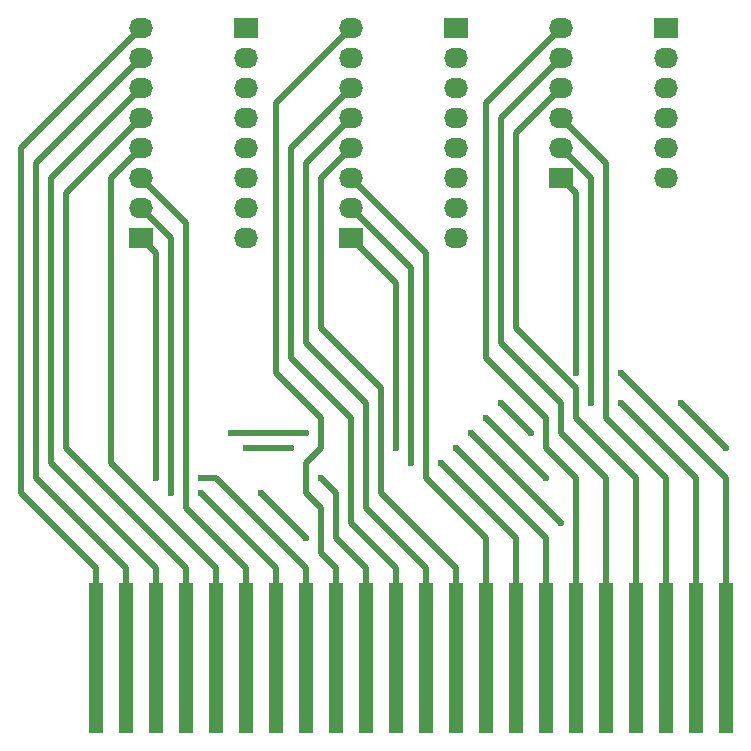
<source format=gtl>
G04 #@! TF.FileFunction,Copper,L1,Top,Signal*
%FSLAX46Y46*%
G04 Gerber Fmt 4.6, Leading zero omitted, Abs format (unit mm)*
G04 Created by KiCad (PCBNEW 4.0.5+dfsg1-2) date Wed Jan 18 16:24:57 2017*
%MOMM*%
%LPD*%
G01*
G04 APERTURE LIST*
%ADD10C,0.100000*%
%ADD11R,2.032000X1.727200*%
%ADD12O,2.032000X1.727200*%
%ADD13R,1.270000X12.700000*%
%ADD14C,0.600000*%
%ADD15C,0.500000*%
G04 APERTURE END LIST*
D10*
D11*
X80010000Y-85090000D03*
D12*
X80010000Y-82550000D03*
X80010000Y-80010000D03*
X80010000Y-77470000D03*
X80010000Y-74930000D03*
X80010000Y-72390000D03*
X80010000Y-69850000D03*
X80010000Y-67310000D03*
D11*
X97790000Y-85090000D03*
D12*
X97790000Y-82550000D03*
X97790000Y-80010000D03*
X97790000Y-77470000D03*
X97790000Y-74930000D03*
X97790000Y-72390000D03*
X97790000Y-69850000D03*
X97790000Y-67310000D03*
D11*
X115570000Y-80010000D03*
D12*
X115570000Y-77470000D03*
X115570000Y-74930000D03*
X115570000Y-72390000D03*
X115570000Y-69850000D03*
X115570000Y-67310000D03*
D11*
X124460000Y-67310000D03*
D12*
X124460000Y-69850000D03*
X124460000Y-72390000D03*
X124460000Y-74930000D03*
X124460000Y-77470000D03*
X124460000Y-80010000D03*
D11*
X106680000Y-67310000D03*
D12*
X106680000Y-69850000D03*
X106680000Y-72390000D03*
X106680000Y-74930000D03*
X106680000Y-77470000D03*
X106680000Y-80010000D03*
X106680000Y-82550000D03*
X106680000Y-85090000D03*
D11*
X88900000Y-67310000D03*
D12*
X88900000Y-69850000D03*
X88900000Y-72390000D03*
X88900000Y-74930000D03*
X88900000Y-77470000D03*
X88900000Y-80010000D03*
X88900000Y-82550000D03*
X88900000Y-85090000D03*
D13*
X81280000Y-120650000D03*
X78740000Y-120650000D03*
X76200000Y-120650000D03*
X83820000Y-120650000D03*
X86360000Y-120650000D03*
X88900000Y-120650000D03*
X91440000Y-120650000D03*
X93980000Y-120650000D03*
X96520000Y-120650000D03*
X99060000Y-120650000D03*
X101600000Y-120650000D03*
X104140000Y-120650000D03*
X106680000Y-120650000D03*
X109220000Y-120650000D03*
X111760000Y-120650000D03*
X114300000Y-120650000D03*
X116840000Y-120650000D03*
X119380000Y-120650000D03*
X121920000Y-120650000D03*
X124460000Y-120650000D03*
X127000000Y-120650000D03*
X129540000Y-120650000D03*
D14*
X82550000Y-106680000D03*
X85090000Y-106680000D03*
X85090000Y-105410000D03*
X81280000Y-105410000D03*
X102870000Y-104140000D03*
X105410000Y-104140000D03*
X101600000Y-102870000D03*
X106680000Y-102870000D03*
X118110000Y-99060000D03*
X120650000Y-99060000D03*
X116840000Y-96520000D03*
X120650000Y-96520000D03*
X93980000Y-101600000D03*
X87630000Y-101600000D03*
X92710000Y-102870000D03*
X88900000Y-102870000D03*
X90170000Y-106680000D03*
X93980000Y-110490000D03*
X110490000Y-99060000D03*
X113030000Y-101600000D03*
X109220000Y-100330000D03*
X114300000Y-105410000D03*
X107950000Y-101600000D03*
X115570000Y-109220000D03*
X125730000Y-99060000D03*
X129540000Y-102870000D03*
X95250000Y-105410000D03*
D15*
X81280000Y-120650000D02*
X81280000Y-113030000D01*
X72390000Y-80010000D02*
X80010000Y-72390000D01*
X72390000Y-104140000D02*
X72390000Y-80010000D01*
X81280000Y-113030000D02*
X72390000Y-104140000D01*
X78740000Y-120650000D02*
X78740000Y-113030000D01*
X71120000Y-78740000D02*
X80010000Y-69850000D01*
X71120000Y-105410000D02*
X71120000Y-78740000D01*
X78740000Y-113030000D02*
X71120000Y-105410000D01*
X76200000Y-120650000D02*
X76200000Y-113030000D01*
X69850000Y-77470000D02*
X80010000Y-67310000D01*
X69850000Y-106680000D02*
X69850000Y-77470000D01*
X76200000Y-113030000D02*
X69850000Y-106680000D01*
X83820000Y-120650000D02*
X83820000Y-113030000D01*
X73660000Y-81280000D02*
X80010000Y-74930000D01*
X73660000Y-102870000D02*
X73660000Y-81280000D01*
X83820000Y-113030000D02*
X73660000Y-102870000D01*
X86360000Y-120650000D02*
X86360000Y-113030000D01*
X77470000Y-80010000D02*
X80010000Y-77470000D01*
X77470000Y-104140000D02*
X77470000Y-80010000D01*
X86360000Y-113030000D02*
X77470000Y-104140000D01*
X80010000Y-80010000D02*
X83820000Y-83820000D01*
X88900000Y-113030000D02*
X88900000Y-120650000D01*
X83820000Y-107950000D02*
X88900000Y-113030000D01*
X83820000Y-83820000D02*
X83820000Y-107950000D01*
X91440000Y-120650000D02*
X91440000Y-113030000D01*
X82550000Y-85090000D02*
X80010000Y-82550000D01*
X82550000Y-106680000D02*
X82550000Y-85090000D01*
X91440000Y-113030000D02*
X85090000Y-106680000D01*
X85090000Y-105410000D02*
X86360000Y-105410000D01*
X81280000Y-105410000D02*
X81280000Y-86360000D01*
X80010000Y-85090000D02*
X81280000Y-86360000D01*
X93980000Y-113030000D02*
X93980000Y-120650000D01*
X86360000Y-105410000D02*
X93980000Y-113030000D01*
X93980000Y-114300000D02*
X93980000Y-120650000D01*
X95250000Y-100330000D02*
X95250000Y-102870000D01*
X95250000Y-100330000D02*
X91440000Y-96520000D01*
X91440000Y-96520000D02*
X91440000Y-73660000D01*
X97790000Y-67310000D02*
X91440000Y-73660000D01*
X96520000Y-113030000D02*
X96520000Y-120650000D01*
X95250000Y-111760000D02*
X96520000Y-113030000D01*
X95250000Y-107950000D02*
X95250000Y-111760000D01*
X93980000Y-106680000D02*
X95250000Y-107950000D01*
X93980000Y-104140000D02*
X93980000Y-106680000D01*
X95250000Y-102870000D02*
X93980000Y-104140000D01*
X101600000Y-120650000D02*
X101600000Y-113030000D01*
X92710000Y-77470000D02*
X97790000Y-72390000D01*
X92710000Y-95250000D02*
X92710000Y-77470000D01*
X97790000Y-100330000D02*
X92710000Y-95250000D01*
X97790000Y-109220000D02*
X97790000Y-100330000D01*
X101600000Y-113030000D02*
X97790000Y-109220000D01*
X104140000Y-120650000D02*
X104140000Y-113030000D01*
X93980000Y-78740000D02*
X97790000Y-74930000D01*
X93980000Y-93980000D02*
X93980000Y-78740000D01*
X99060000Y-99060000D02*
X93980000Y-93980000D01*
X99060000Y-107950000D02*
X99060000Y-99060000D01*
X104140000Y-113030000D02*
X99060000Y-107950000D01*
X106680000Y-120650000D02*
X106680000Y-113030000D01*
X95250000Y-80010000D02*
X97790000Y-77470000D01*
X95250000Y-92710000D02*
X95250000Y-80010000D01*
X100330000Y-97790000D02*
X95250000Y-92710000D01*
X100330000Y-106680000D02*
X100330000Y-97790000D01*
X106680000Y-113030000D02*
X100330000Y-106680000D01*
X109220000Y-120650000D02*
X109220000Y-110490000D01*
X104140000Y-86360000D02*
X97790000Y-80010000D01*
X104140000Y-105410000D02*
X104140000Y-86360000D01*
X109220000Y-110490000D02*
X104140000Y-105410000D01*
X111760000Y-120650000D02*
X111760000Y-110490000D01*
X102870000Y-87630000D02*
X97790000Y-82550000D01*
X102870000Y-104140000D02*
X102870000Y-87630000D01*
X105410000Y-104140000D02*
X105410000Y-104140000D01*
X111760000Y-110490000D02*
X105410000Y-104140000D01*
X101600000Y-88900000D02*
X97790000Y-85090000D01*
X101600000Y-102870000D02*
X101600000Y-88900000D01*
X106680000Y-102870000D02*
X106680000Y-102870000D01*
X114300000Y-120650000D02*
X114300000Y-110490000D01*
X114300000Y-110490000D02*
X106680000Y-102870000D01*
X115570000Y-67310000D02*
X109220000Y-73660000D01*
X116840000Y-105410000D02*
X116840000Y-120650000D01*
X114300000Y-102870000D02*
X116840000Y-105410000D01*
X114300000Y-100330000D02*
X114300000Y-102870000D01*
X109220000Y-95250000D02*
X114300000Y-100330000D01*
X109220000Y-73660000D02*
X109220000Y-95250000D01*
X115570000Y-99060000D02*
X115570000Y-101600000D01*
X115570000Y-99060000D02*
X110490000Y-93980000D01*
X110490000Y-93980000D02*
X110490000Y-74930000D01*
X115570000Y-69850000D02*
X110490000Y-74930000D01*
X119380000Y-105410000D02*
X119380000Y-120650000D01*
X115570000Y-101600000D02*
X119380000Y-105410000D01*
X116840000Y-97790000D02*
X116840000Y-100330000D01*
X116840000Y-97790000D02*
X111760000Y-92710000D01*
X111760000Y-92710000D02*
X111760000Y-76200000D01*
X115570000Y-72390000D02*
X111760000Y-76200000D01*
X121920000Y-105410000D02*
X121920000Y-120650000D01*
X119380000Y-102870000D02*
X121920000Y-105410000D01*
X116840000Y-100330000D02*
X119380000Y-102870000D01*
X124460000Y-120650000D02*
X124460000Y-105410000D01*
X119380000Y-78740000D02*
X115570000Y-74930000D01*
X119380000Y-100330000D02*
X119380000Y-78740000D01*
X124460000Y-105410000D02*
X119380000Y-100330000D01*
X127000000Y-120650000D02*
X127000000Y-105410000D01*
X118110000Y-80010000D02*
X115570000Y-77470000D01*
X118110000Y-99060000D02*
X118110000Y-80010000D01*
X127000000Y-105410000D02*
X120650000Y-99060000D01*
X129540000Y-120650000D02*
X129540000Y-105410000D01*
X116840000Y-81280000D02*
X115570000Y-80010000D01*
X116840000Y-96520000D02*
X116840000Y-81280000D01*
X129540000Y-105410000D02*
X120650000Y-96520000D01*
X87630000Y-101600000D02*
X93980000Y-101600000D01*
X88900000Y-102870000D02*
X92710000Y-102870000D01*
X93980000Y-110490000D02*
X90170000Y-106680000D01*
X113030000Y-101600000D02*
X110490000Y-99060000D01*
X114300000Y-105410000D02*
X109220000Y-100330000D01*
X115570000Y-109220000D02*
X107950000Y-101600000D01*
X129540000Y-102870000D02*
X125730000Y-99060000D01*
X99060000Y-120650000D02*
X99060000Y-113030000D01*
X99060000Y-113030000D02*
X96520000Y-110490000D01*
X96520000Y-110490000D02*
X96520000Y-106680000D01*
X96520000Y-106680000D02*
X95250000Y-105410000D01*
M02*

</source>
